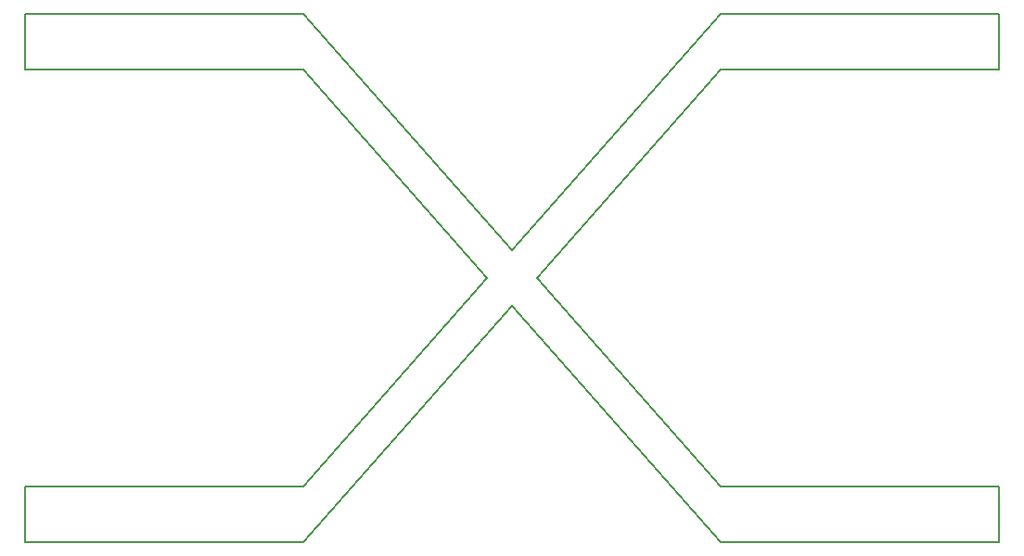
<source format=gbr>
G04 #@! TF.GenerationSoftware,KiCad,Pcbnew,(5.0.0)*
G04 #@! TF.CreationDate,2018-10-04T19:52:15-05:00*
G04 #@! TF.ProjectId,TIVA SMD Header Guide,5449564120534D442048656164657220,rev?*
G04 #@! TF.SameCoordinates,Original*
G04 #@! TF.FileFunction,Profile,NP*
%FSLAX46Y46*%
G04 Gerber Fmt 4.6, Leading zero omitted, Abs format (unit mm)*
G04 Created by KiCad (PCBNEW (5.0.0)) date 10/04/18 19:52:15*
%MOMM*%
%LPD*%
G01*
G04 APERTURE LIST*
%ADD10C,0.150000*%
G04 APERTURE END LIST*
D10*
X138176000Y-64643000D02*
X121412000Y-83693000D01*
X100076000Y-59563000D02*
X119126000Y-81153000D01*
X116840000Y-83693000D02*
X100076000Y-64643000D01*
X100076000Y-102743000D02*
X116840000Y-83693000D01*
X119126000Y-86233000D02*
X100076000Y-107823000D01*
X138176000Y-107823000D02*
X119126000Y-86233000D01*
X121412000Y-83693000D02*
X138176000Y-102743000D01*
X119126000Y-81153000D02*
X138176000Y-59563000D01*
X163576000Y-107823000D02*
X138176000Y-107823000D01*
X163576000Y-102743000D02*
X163576000Y-107823000D01*
X138176000Y-102743000D02*
X163576000Y-102743000D01*
X163576000Y-64643000D02*
X138176000Y-64643000D01*
X163576000Y-59563000D02*
X163576000Y-64643000D01*
X138176000Y-59563000D02*
X163576000Y-59563000D01*
X74676000Y-59563000D02*
X100076000Y-59563000D01*
X74676000Y-64643000D02*
X74676000Y-59563000D01*
X100076000Y-64643000D02*
X74676000Y-64643000D01*
X74676000Y-102743000D02*
X100076000Y-102743000D01*
X74676000Y-107823000D02*
X74676000Y-102743000D01*
X100076000Y-107823000D02*
X74676000Y-107823000D01*
M02*

</source>
